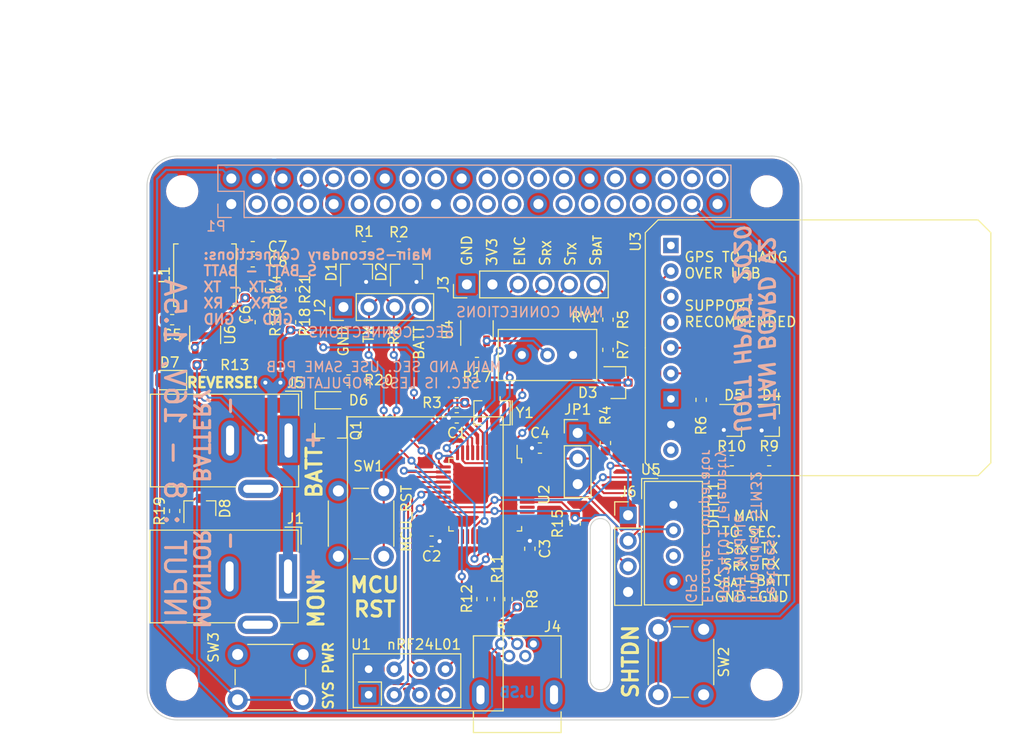
<source format=kicad_pcb>
(kicad_pcb (version 20211014) (generator pcbnew)
  (title_block (title "TITAN Board") (date "2020-09-26") (rev "2.1") (company "UofT HPVDT") (comment 1 "For both main and secondary displays, albeit differently configured") (comment 2 "Aimed to not significantly exceed the footprint of a standard RPi 3B") (comment 4 "Board for data collection and communication in TITAN, as Pi HAT"))
  (layers (0 "F.Cu" signal) (31 "B.Cu" signal) (34 "B.Paste" user) (35 "F.Paste" user) (36 "B.SilkS" user "B.Silkscreen") (37 "F.SilkS" user "F.Silkscreen") (38 "B.Mask" user) (39 "F.Mask" user) (44 "Edge.Cuts" user))
  (net 0 "")
  (net 1 "+3V3")
  (net 2 "+5V")
  (net 3 "GND")
  (net 4 "/GPIO26")
  (net 5 "/GPIO14(TXD0)")
  (net 6 "/GPIO15(RXD0)")
  (net 7 "+BATT")
  (net 8 "Net-(D7-Pad2)")
  (net 9 "Net-(D8-Pad3)")
  (net 10 "/SEC_{LVL}")
  (net 11 "/GPS_{rx}")
  (net 12 "/GPS_{tx}")
  (net 13 "/d-")
  (net 14 "/d+")
  (net 15 "/D+")
  (net 16 "/RP_{G}")
  (net 17 "/BATT_{IN+}")
  (net 18 "/D-")
  (net 19 "/RPI_{RX}")
  (net 20 "/ENCODER")
  (net 21 "/RPI_{TX}")
  (net 22 "/SEC_{BATT}")
  (net 23 "/MISO")
  (net 24 "/MOSI")
  (net 25 "/SCK")
  (net 26 "/SEC_{TX}")
  (net 27 "/SEC_{RX}")
  (net 28 "Net-(U2-Pad6)")
  (net 29 "Net-(U2-Pad5)")
  (net 30 "/BST")
  (net 31 "/SW")
  (net 32 "/FEEDBACK")
  (net 33 "/ENCODER_{IN}")
  (net 34 "/BOOT0")
  (net 35 "/RST")
  (net 36 "/ENABLE")
  (net 45 "/SCL")
  (net 46 "/SDA")
  (net 65 "/GPS_{EN}")
  (net 66 "/GPS_{RX}")
  (net 67 "/GPS_{TX}")
  (net 68 "/DHT_{DATA}")
  (net 69 "/BATT_{LVL}")
  (net 70 "/RF_{INT}")
  (net 71 "/RF_{SEL}")
  (net 72 "/RF_{EN}")
  (net 93 "/REF_{ENC}")
  (footprint "MountingHole:MountingHole_2.7mm_M2.5" (layer "F.Cu") (at 103.25 98 180)
    (fp_text reference "MK1" hide)
    (fp_text value "M2.5")
  )
  (footprint "MountingHole:MountingHole_2.7mm_M2.5" (layer "F.Cu") (at 161.25 98 180)
    (fp_text reference "MK2" hide)
    (fp_text value "M2.5")
  )
  (footprint "MountingHole:MountingHole_2.7mm_M2.5" (layer "F.Cu") (at 103.25 147)
    (fp_text reference "MK3" hide)
    (fp_text value "M2.5")
  )
  (footprint "MountingHole:MountingHole_2.7mm_M2.5" (layer "F.Cu") (at 161.25 147)
    (fp_text reference "MK4" hide)
    (fp_text value "M2.5")
  )
  (footprint "Capacitor_SMD:C_0603_1608Metric" (layer "F.Cu") (at 130.5 120.5 180)
    (fp_text reference "C1")
    (fp_text value "100n")
  )
  (footprint "Capacitor_SMD:C_0603_1608Metric" (layer "F.Cu") (at 128 132.75)
    (fp_text reference "C2")
    (fp_text value "100n")
  )
  (footprint "Capacitor_SMD:C_0603_1608Metric" (layer "F.Cu") (at 137.75 133.5 90)
    (fp_text reference "C3")
    (fp_text value "100n")
  )
  (footprint "Capacitor_SMD:C_0603_1608Metric" (layer "F.Cu") (at 138.75 123.5 180)
    (fp_text reference "C4")
    (fp_text value "100n")
  )
  (footprint "Capacitor_SMD:C_0603_1608Metric" (layer "F.Cu") (at 102.25 110.75)
    (fp_text reference "C5")
    (fp_text value "100n")
  )
  (footprint "Capacitor_SMD:C_0603_1608Metric" (layer "F.Cu") (at 109.5 107.7875 90)
    (fp_text reference "C6")
    (fp_text value "47p")
  )
  (footprint "Capacitor_SMD:C_0603_1608Metric" (layer "F.Cu") (at 110.25 103.5)
    (fp_text reference "C7")
    (fp_text value "22u")
  )
  (footprint "Capacitor_SMD:C_0603_1608Metric" (layer "F.Cu") (at 110.25 105)
    (fp_text reference "C8")
    (fp_text value "22u")
  )
  (footprint "Package_TO_SOT_SMD:SOT-23" (layer "F.Cu") (at 120.55 106 90)
    (fp_text reference "D1")
    (fp_text value "TBAT54S")
  )
  (footprint "Package_TO_SOT_SMD:SOT-23" (layer "F.Cu") (at 125.5 106 90)
    (fp_text reference "D2")
    (fp_text value "TBAT54S")
  )
  (footprint "Package_TO_SOT_SMD:SOT-23" (layer "F.Cu") (at 146.5 117)
    (fp_text reference "D3")
    (fp_text value "TBAT54S")
  )
  (footprint "Package_TO_SOT_SMD:SOT-23" (layer "F.Cu") (at 161.75 120.75)
    (fp_text reference "D4")
    (fp_text value "TBAT54S")
  )
  (footprint "Package_TO_SOT_SMD:SOT-23" (layer "F.Cu") (at 158 120.75)
    (fp_text reference "D5")
    (fp_text value "TBAT54S")
  )
  (footprint "Diode_SMD:D_SOD-323" (layer "F.Cu") (at 117.95 118.75)
    (fp_text reference "D6")
    (fp_text value "5V6")
  )
  (footprint "Diode_SMD:D_0805_2012Metric" (layer "F.Cu") (at 102 116.75 180)
    (fp_text reference "D7")
    (fp_text value "RP")
  )
  (footprint "Package_TO_SOT_SMD:SOT-23" (layer "F.Cu") (at 105 129.5 90)
    (fp_text reference "D8")
    (fp_text value "TCMBD914")
  )
  (footprint "Connector_BarrelJack:BarrelJack_Wuerth_6941xx301002" (layer "F.Cu") (at 113.75 136.25 -90)
    (fp_text reference "J1")
    (fp_text value "MONITOR" hide)
  )
  (footprint "Connector_PinHeader_2.54mm:PinHeader_1x04_P2.54mm_Vertical" (layer "F.Cu") (at 119.25 109.5 90)
    (fp_text reference "J2")
    (fp_text value "SEC_OUT")
  )
  (footprint "Connector_PinHeader_2.54mm:PinHeader_1x06_P2.54mm_Vertical" (layer "F.Cu") (at 131.5 107.25 90)
    (fp_text reference "J3")
    (fp_text value "MAIN_IN")
  )
  (footprint "2172034-1:TE_2172034-1" (layer "F.Cu") (at 136.5 148 -90)
    (fp_text reference "J4")
    (fp_text value "PROG")
  )
  (footprint "Connector_BarrelJack:BarrelJack_Wuerth_6941xx301002" (layer "F.Cu") (at 113.8 122.75 -90)
    (fp_text reference "J5")
    (fp_text value "BATT" hide)
  )
  (footprint "Connector_PinHeader_2.54mm:PinHeader_1x03_P2.54mm_Vertical" (layer "F.Cu") (at 142.5 122)
    (fp_text reference "JP1")
    (fp_text value "BOOT0")
  )
  (footprint "Inductor_SMD:L_Bourns_SRN6045TA" (layer "F.Cu") (at 105.5 106.325 90)
    (fp_text reference "L1")
    (fp_text value "6u8")
  )
  (footprint "Package_TO_SOT_SMD:SOT-23" (layer "F.Cu") (at 118 121.75 -90)
    (fp_text reference "Q1")
    (fp_text value "DMG2301L")
  )
  (footprint "Resistor_SMD:R_0603_1608Metric" (layer "F.Cu") (at 121.2875 103.5 180)
    (fp_text reference "R1")
    (fp_text value "2k")
  )
  (footprint "Resistor_SMD:R_0603_1608Metric" (layer "F.Cu") (at 124.75 103.5)
    (fp_text reference "R2")
    (fp_text value "2k")
  )
  (footprint "Resistor_SMD:R_0603_1608Metric" (layer "F.Cu") (at 130.5 119 180)
    (fp_text reference "R3")
    (fp_text value "10K")
  )
  (footprint "Resistor_SMD:R_0603_1608Metric" (layer "F.Cu") (at 145.25 123 -90)
    (fp_text reference "R4")
    (fp_text value "10K")
  )
  (footprint "Resistor_SMD:R_0603_1608Metric" (layer "F.Cu") (at 154.75 118.7125 -90)
    (fp_text reference "R6")
    (fp_text value "10K")
  )
  (footprint "Resistor_SMD:R_0603_1608Metric" (layer "F.Cu") (at 145.5 113.75 90)
    (fp_text reference "R7")
    (fp_text value "10K")
  )
  (footprint "Resistor_SMD:R_0603_1608Metric" (layer "F.Cu") (at 136.5 138.5 -90)
    (fp_text reference "R8")
    (fp_text value "10K")
  )
  (footprint "Resistor_SMD:R_0603_1608Metric" (layer "F.Cu") (at 161.5 124.75)
    (fp_text reference "R9")
    (fp_text value "2k")
  )
  (footprint "Resistor_SMD:R_0603_1608Metric" (layer "F.Cu") (at 157.7875 124.75)
    (fp_text reference "R10")
    (fp_text value "2k")
  )
  (footprint "Resistor_SMD:R_0603_1608Metric" (layer "F.Cu") (at 134.75 138.5 -90)
    (fp_text reference "R11")
    (fp_text value "22")
  )
  (footprint "Resistor_SMD:R_0603_1608Metric" (layer "F.Cu") (at 133 138.5 -90)
    (fp_text reference "R12")
    (fp_text value "22")
  )
  (footprint "Resistor_SMD:R_0603_1608Metric" (layer "F.Cu") (at 105.5 115.25 180)
    (fp_text reference "R13")
    (fp_text value "10K")
  )
  (footprint "Resistor_SMD:R_0603_1608Metric" (layer "F.Cu") (at 111 107.7875 -90)
    (fp_text reference "R14")
    (fp_text value "158k")
  )
  (footprint "Resistor_SMD:R_0603_1608Metric" (layer "F.Cu") (at 142.25 131 -90)
    (fp_text reference "R15")
    (fp_text value "10K")
  )
  (footprint "Resistor_SMD:R_0603_1608Metric" (layer "F.Cu") (at 111 111 -90)
    (fp_text reference "R16")
    (fp_text value "30k1")
  )
  (footprint "Resistor_SMD:R_0603_1608Metric" (layer "F.Cu") (at 132.5 115 180)
    (fp_text reference "R17")
    (fp_text value "50k")
  )
  (footprint "Resistor_SMD:R_0603_1608Metric" (layer "F.Cu") (at 114 111 -90)
    (fp_text reference "R18")
    (fp_text value "50k")
  )
  (footprint "Resistor_SMD:R_0603_1608Metric" (layer "F.Cu") (at 102.5 129.75 90)
    (fp_text reference "R19")
    (fp_text value "2k")
  )
  (footprint "Resistor_SMD:R_0603_1608Metric" (layer "F.Cu") (at 119.75 116.75 180)
    (fp_text reference "R20")
    (fp_text value "10K")
  )
  (footprint "Resistor_SMD:R_0603_1608Metric" (layer "F.Cu") (at 114 107.75 -90)
    (fp_text reference "R21")
    (fp_text value "10K")
  )
  (footprint "Potentiometer_THT:Potentiometer_Bourns_3296W_Vertical" (layer "F.Cu") (at 142.04 114.25)
    (fp_text reference "RV1")
    (fp_text value "10k")
  )
  (footprint "Button_Switch_THT:SW_PUSH_6mm_H4.3mm" (layer "F.Cu") (at 118.75 134.25 90)
    (fp_text reference "SW1")
    (fp_text value "MCU_RST")
  )
  (footprint "Button_Switch_THT:SW_PUSH_6mm_H4.3mm" (layer "F.Cu") (at 155 141.5 -90)
    (fp_text reference "SW2")
    (fp_text value "SHTDN" hide)
  )
  (footprint "Button_Switch_THT:SW_PUSH_6mm_H4.3mm" (layer "F.Cu") (at 108.75 144)
    (fp_text reference "SW3")
    (fp_text value "POWER" hide)
  )
  (footprint "RF_Module:nRF24L01_Breakout" (layer "F.Cu") (at 121.75 148 90)
    (fp_text reference "U1")
    (fp_text value "nRF24L01")
  )
  (footprint "ultimate_gps:ULT-GPS" (layer "F.Cu") (at 151.75 103.38)
    (fp_text reference "U3")
    (fp_text value "ULT-GPS")
  )
  (footprint "Package_TO_SOT_SMD:SOT-23-5" (layer "F.Cu") (at 132.5 111.75 90)
    (fp_text reference "U4")
    (fp_text value "MCP6001-OT")
  )
  (footprint "Sensor:Aosong_DHT11_5.5x12.0_P2.54mm" (layer "F.Cu") (at 152 129.13)
    (fp_text reference "U5")
    (fp_text value "DHT11")
  )
  (footprint "Package_TO_SOT_SMD:TSOT-23-6" (layer "F.Cu") (at 105.5 112.25 90)
    (fp_text reference "U6")
    (fp_text value "AP63300")
  )
  (footprint "Crystal:Resonator_SMD_muRata_CSTxExxV-3Pin_3.0x1.1mm" (layer "F.Cu") (at 134 120 180)
    (fp_text reference "Y1")
    (fp_text value "8MHz")
  )
  (footprint "Package_QFP:LQFP-48_7x7mm_P0.5mm" (layer "F.Cu") (at 133.324999 128.125001 -90)
    (fp_text reference "U2")
    (fp_text value "STM32F103C8Tx")
  )
  (footprint "Resistor_SMD:R_0603_1608Metric" (layer "F.Cu") (at 145.5 110.75 90)
    (fp_text reference "R5")
    (fp_text value "50k")
  )
  (footprint "Connector_PinHeader_2.54mm:PinHeader_1x04_P2.54mm_Vertical" (layer "F.Cu") (at 147.5 130.17)
    (fp_text reference "J6")
    (fp_text value "I2C")
  )
  (footprint "Connector_PinSocket_2.54mm:PinSocket_2x20_P2.54mm_Vertical" (layer "B.Cu") (at 108.12 99.27 -90)
    (fp_text reference "P1")
    (fp_text value "RPi_Header")
  )
  (gr_arc (start 145.75 146.5) (mid 144.75 147.5) (end 143.75 146.5) (layer "Edge.Cuts") (width 0.1))
  (gr_line (start 161.75 94.5) (end 102.75 94.5) (layer "Edge.Cuts") (width 0.1))
  (gr_arc (start 102.75 150.5) (mid 100.62868 149.62132) (end 99.75 147.5) (layer "Edge.Cuts") (width 0.1))
  (gr_arc (start 143.75 131.5) (mid 144.75 130.5) (end 145.75 131.5) (layer "Edge.Cuts") (width 0.1))
  (gr_line (start 99.75 113.5) (end 99.75 131.5) (layer "Edge.Cuts") (width 0.1))
  (gr_line (start 145.75 131.5) (end 145.75 146.5) (layer "Edge.Cuts") (width 0.1))
  (gr_line (start 164.75 147.5) (end 164.75 97.5) (layer "Edge.Cuts") (width 0.1))
  (gr_line (start 99.75 97.5) (end 99.75 113.5) (layer "Edge.Cuts") (width 0.1))
  (gr_arc (start 99.75 97.5) (mid 100.62868 95.37868) (end 102.75 94.5) (layer "Edge.Cuts") (width 0.1))
  (gr_line (start 99.75 131.5) (end 99.75 147.5) (layer "Edge.Cuts") (width 0.1))
  (gr_line (start 102.75 150.5) (end 161.75 150.5) (layer "Edge.Cuts") (width 0.1))
  (gr_line (start 143.75 146.5) (end 143.75 131.5) (layer "Edge.Cuts") (width 0.1))
  (gr_arc (start 164.75 147.5) (mid 163.87132 149.62132) (end 161.75 150.5) (layer "Edge.Cuts") (width 0.1))
  (gr_arc (start 161.75 94.5) (mid 163.87132 95.37868) (end 164.75 97.5) (layer "Edge.Cuts") (width 0.1))
  (gr_text "U.SB" (at 136.5 147.75) (layer "B.Cu") (effects (font (size 1 1) (thickness 0.25)) (justify mirror)))
  (gr_text "BATTERY" (at 105.15 122.3 270) (layer "B.SilkS") (effects (font (size 1.5 1.5) (thickness 0.3)) (justify mirror)))
  (gr_text "+" (at 116.35 136.3 270) (layer "B.SilkS") (effects (font (size 1.5 1.5) (thickness 0.3)) (justify mirror)))
  (gr_text "-" (at 108.15 132.7 270) (layer "B.SilkS") (effects (font (size 1.5 1.5) (thickness 0.3)) (justify mirror)))
  (gr_text "MONITOR" (at 105.15 136.5 270) (layer "B.SilkS") (effects (font (size 1.5 1.5) (thickness 0.3)) (justify mirror)))
  (gr_text "MAIN CONNECTIONS" (at 137.75 110) (layer "B.SilkS") (effects (font (size 1 1)) (justify mirror)))
  (gr_text "INPUT : 8 - 16V, 1.5A" (at 102.5 124 270) (layer "B.SilkS") (effects (font (size 2 2) (thickness 0.3)) (justify mirror)))
  (gr_text "Features:\nEmbedded STM32\nDHT Module\nnRF24L01 Telemetry\nEncoder comparator\nGPS" (at 157.75 139 270) (layer "B.SilkS") (effects (font (size 1 1)) (justify left mirror)))
  (gr_text "MAIN AND SEC. USE SAME PCB\nSEC. IS LESS POPULATED" (at 123.25 116.25) (layer "B.SilkS") (effects (font (size 1 1)) (justify mirror)))
  (gr_text "Main-Secondary Connections:\nS_BATT - BATT\nS_TX - TX\nS_RX - RX\nGND - GND" (at 105.25 107.5) (layer "B.SilkS") (effects (font (size 1 1) (thickness 0.2)) (justify right mirror)))
  (gr_text "SEC. CONNECTIONS" (at 123 112) (layer "B.SilkS") (effects (font (size 1 1)) (justify mirror)))
  (gr_text "+" (at 116.35 122.7 270) (layer "B.SilkS") (effects (font (size 1.5 1.5) (thickness 0.3)) (justify mirror)))
  (gr_text "-" (at 108.15 119.3 270) (layer "B.SilkS") (effects (font (size 1.5 1.5) (thickness 0.3)) (justify mirror)))
  (gr_text "TITAN BOARD V2\nUOFT HPVDT 2020" (at 160 111.75 270) (layer "B.SilkS") (effects (font (size 1.5 1.5) (thickness 0.3) italic) (justify mirror)))
  (gr_text "SYS PWR" (at 117.75 146.1 90) (layer "F.SilkS") (effects (font (size 1 1) (thickness 0.2))))
  (gr_text "GPS TO HANG\nOVER USB\n\nSUPPORT\nRECOMMENDED" (at 153 107.75) (layer "F.SilkS") (effects (font (size 1 1)) (justify left)))
  (gr_text "S_{BAT}" (at 144.25 105.5 90) (layer "F.SilkS") (effects (font (size 1 1)) (justify left)))
  (gr_text "MAIN\nTO SEC.\nS_{TX}-TX\nS_{RX}-RX\nS_{BAT}-BATT\nGND-GND" (at 159.75 134.25) (layer "F.SilkS") (effects (font (size 1 1))))
  (gr_text "TX" (at 121.75 111.25 90) (layer "F.SilkS") (effects (font (size 1 1)) (justify right)))
  (gr_text "BATT" (at 116.35 125.9 90) (layer "F.SilkS") (effects (font (size 1.5 1.5) (thickness 0.3))))
  (gr_text "GND" (at 131.5 105.5 90) (layer "F.SilkS") (effects (font (size 1 1)) (justify left)))
  (gr_text "BATT" (at 126.75 111.25 90) (layer "F.SilkS") (effects (font (size 1 1)) (justify right)))
  (gr_text "REVERSE!" (at 107.25 117) (layer "F.SilkS") (effects (font (size 1 1) (thickness 0.25))))
  (gr_text "nRF24L01" (at 127.25 143) (layer "F.SilkS") (effects (font (size 1 1))))
  (gr_text "MON" (at 116.55 138.9 90) (layer "F.SilkS") (effects (font (size 1.5 1.5) (thickness 0.3))))
  (gr_text "SHTDN" (at 147.75 144.7 90) (layer "F.SilkS") (effects (font (size 1.5 1.5) (thickness 0.3))))
  (gr_text "MCU\nRST" (at 122.35 138.3) (layer "F.SilkS") (effects (font (size 1.5 1.5) (thickness 0.3))))
  (gr_text "S_{TX}" (at 141.75 105.5 90) (layer "F.SilkS") (effects (font (size 1 1)) (justify left)))
  (gr_text "3V3" (at 134 105.5 90) (layer "F.SilkS") (effects (font (size 1 1)) (justify left)))
  (gr_text "RX" (at 124.25 111.25 90) (layer "F.SilkS") (effects (font (size 1 1)) (justify right)))
  (gr_text "ENC" (at 136.75 105.5 90) (layer "F.SilkS") (effects (font (size 1 1)) (justify left)))
  (gr_text "S_{RX}" (at 139.25 105.5 90) (layer "F.SilkS") (effects (font (size 1 1)) (justify left)))
  (gr_text "GND" (at 119.25 111.25 90) (layer "F.SilkS") (effects (font (size 1 1)) (justify right)))
  (segment (start 128.7875 132.75) (end 128.7875 131.25) (width 0.2) (layer "F.Cu") (net 1))
  (segment (start 131.55 109.74) (end 134.04 107.25) (width 0.2) (layer "F.Cu") (net 1))
  (segment (start 132.074999 123.324999) (end 132.025009 123.275009) (width 0.2) (layer "F.Cu") (net 1))
  (segment (start 145.5 117.95) (end 145.5 117.71) (width 0.2) (layer "F.Cu") (net 1))
  (segment (start 151.75 121.16) (end 153.09 121.16) (width 0.2) (layer "F.Cu") (net 1))
  (segment (start 138.675 131.7875) (end 137.75 132.7125) (width 0.2) (layer "F.Cu") (net 1))
  (segment (start 142.25 131.7875) (end 138.675 131.7875) (width 0.2) (layer "F.Cu") (net 1))
  (segment (start 137.325001 132.287501) (end 137.75 132.7125) (width 0.2) (layer "F.Cu") (net 1))
  (segment (start 132.074999 123.962501) (end 132.074999 123.324999) (width 0.2) (layer "F.Cu") (net 1))
  (segment (start 128.7875 131.25) (end 129.162499 130.875001) (width 0.2) (layer "F.Cu") (net 1))
  (segment (start 160.75 121.7) (end 160.75 121.75) (width 0.2) (layer "F.Cu") (net 1))
  (segment (start 132.025009 122.525009) (end 130 120.5) (width 0.2) (layer "F.Cu") (net 1))
  (segment (start 145.5 117.71) (end 142.04 114.25) (width 0.2) (layer "F.Cu") (net 1))
  (segment (start 131.55 110.65) (end 131.55 109.74) (width 0.2) (layer "F.Cu") (net 1))
  (segment (start 137.9625 124.9) (end 137.487499 125.375001) (width 0.2) (layer "F.Cu") (net 1))
  (segment (start 130 120.5) (end 129.7125 120.5) (width 0.2) (layer "F.Cu") (net 1))
  (segment (start 129.7125 120.5) (end 129.7125 119) (width 0.2) (layer "F.Cu") (net 1))
  (segment (start 137.9625 123.5) (end 137.9625 124.9) (width 0.2) (layer "F.Cu") (net 1))
  (segment (start 136.074999 132.287501) (end 137.325001 132.287501) (width 0.2) (layer "F.Cu") (net 1))
  (segment (start 153.09 121.16) (end 154.75 119.5) (width 0.2) (layer "F.Cu") (net 1))
  (segment (start 132.025009 123.275009) (end 132.025009 122.525009) (width 0.2) (layer "F.Cu") (net 1))
  (segment (start 126.45 107) (end 126.5 107) (width 0.2) (layer "F.Cu") (net 1))
  (via (at 157 121.7) (size 0.8) (drill 0.4) (layers "F.Cu" "B.Cu") (net 1))
  (via (at 129.7125 120.5) (size 0.8) (drill 0.4) (layers "F.Cu" "B.Cu") (net 1))
  (via (at 128.7875 132.75) (size 0.8) (drill 0.4) (layers "F.Cu" "B.Cu") (net 1))
  (via (at 121.5 107) (size 0.8) (drill 0.4) (layers "F.Cu" "B.Cu") (net 1))
  (via (at 137.75 132.7125) (size 0.8) (drill 0.4) (layers "F.Cu" "B.Cu") (net 1))
  (via (at 137.9625 123.5) (size 0.8) (drill 0.4) (layers "F.Cu" "B.Cu") (net 1))
  (via (at 160.75 121.75) (size 0.8) (drill 0.4) (layers "F.Cu" "B.Cu") (net 1))
  (via (at 126.5 107) (size 0.8) (drill 0.4) (layers "F.Cu" "B.Cu") (net 1))
  (segment (start 160.75 121.75) (end 157.05 121.75) (width 0.2) (layer "B.Cu") (net 1))
  (segment (start 157.05 121.75) (end 157 121.7) (width 0.2) (layer "B.Cu") (net 1))
  (segment (start 109.5 107) (end 111 107) (width 0.2) (layer "F.Cu") (net 2))
  (segment (start 109.5 105.0375) (end 109.4625 105) (width 0.2) (layer "F.Cu") (net 2))
  (segment (start 109.5 107) (end 109.5 105.0375) (width 0.2) (layer "F.Cu") (net 2))
  (via (at 136.5 139.2875) (size 0.8) (drill 0.4) (layers "F.Cu" "B.Cu") (net 2))
  (segment (start 134.00001 149.116349) (end 133.316358 149.800001) (width 0.2) (layer "B.Cu") (net 2))
  (segment (start 107.270001 95.880001) (end 108.12 96.73) (width 0.2) (layer "B.Cu") (net 2))
  (segment (start 104.900001 146.650001) (end 104.900001 145.215699) (width 0.2) (layer "B.Cu") (net 2))
  (segment (start 100.75 96.77459) (end 101.644589 95.880001) (width 0.2) (layer "B.Cu") (net 2))
  (segment (start 133.316358 149.800001) (end 108.050001 149.800001) (width 0.2) (layer "B.Cu") (net 2))
  (segment (start 134.9 142.95) (end 134.00001 143.84999) (width 0.2) (layer "B.Cu") (net 2))
  (segment (start 104.900001 145.215699) (end 100.75 141.065698) (width 0.2) (layer "B.Cu") (net 2))
  (segment (start 134.9 142.95) (end 134.9 140.8875) (width 0.2) (layer "B.Cu") (net 2))
  (segment (start 108.050001 149.800001) (end 104.900001 146.650001) (width 0.2) (layer "B.Cu") (net 2))
  (segment (start 100.75 141.065698) (end 100.75 96.77459) (width 0.2) (layer "B.Cu") (net 2))
  (segment (start 134.9 140.8875) (end 136.5 139.2875) (width 0.2) (layer "B.Cu") (net 2))
  (segment (start 101.644589 95.880001) (end 107.270001 95.880001) (width 0.2) (layer "B.Cu") (net 2))
  (segment (start 134.00001 143.84999) (end 134.00001 149.116349) (width 0.2) (layer "B.Cu") (net 2))
  (segment (start 131.2875 120.5) (end 131.2875 121.0375) (width 0.2) (layer "F.Cu") (net 3))
  (segment (start 132.714992 118.22499) (end 134 119.509998) (width 0.2) (layer "F.Cu") (net 3))
  (segment (start 127.568002 132.394498) (end 127.4625 132.5) (width 0.2) (layer "F.Cu") (net 3))
  (segment (start 131.2875 121.0375) (end 132.574999 122.324999) (width 0.2) (layer "F.Cu") (net 3))
  (segment (start 136.557152 134.0375) (end 137.5 134.0375) (width 0.2) (layer "F.Cu") (net 3))
  (segment (start 127.568002 129.701652) (end 127.568002 132.394498) (width 0.2) (layer "F.Cu") (net 3))
  (segment (start 157.83749 125.22113) (end 158.36636 125.75) (width 0.2) (layer "F.Cu") (net 3))
  (segment (start 135.574999 132.287501) (end 135.574999 133.055347) (width 0.2) (layer "F.Cu") (net 3))
  (segment (start 130.54999 119.76249) (end 130.54999 118.52887) (width 0.2) (layer "F.Cu") (net 3))
  (segment (start 139.2875 124.842846) (end 139.2875 123.75) (width 0.2) (layer "F.Cu") (net 3))
  (segment (start 157.83749 121.23749) (end 157.83749 125.22113) (width 0.2) (layer "F.Cu") (net 3))
  (segment (start 157 120.4) (end 157.83749 121.23749) (width 0.2) (layer "F.Cu") (net 3))
  (segment (start 159.97499 124.921812) (end 159.97499 120.57501) (width 0.2) (layer "F.Cu") (net 3))
  (segment (start 132.574999 122.324999) (end 132.574999 123.962501) (width 0.2) (layer "F.Cu") (net 3))
  (segment (start 159.146802 125.75) (end 159.97499 124.921812) (width 0.2) (layer "F.Cu") (net 3))
  (segment (start 138.255345 125.875001) (end 139.2875 124.842846) (width 0.2) (layer "F.Cu") (net 3))
  (segment (start 130.85387 118.22499) (end 132.714992 118.22499) (width 0.2) (layer "F.Cu") (net 3))
  (segment (start 129.162499 128.875001) (end 128.394653 128.875001) (width 0.2) (layer "F.Cu") (net 3))
  (segment (start 137.487499 125.875001) (end 138.255345 125.875001) (width 0.2) (layer "F.Cu") (net 3))
  (segment (start 159.97499 120.57501) (end 160.75 119.8) (width 0.2) (layer "F.Cu") (net 3))
  (segment (start 128.394653 130.375001) (end 129.162499 130.375001) (width 0.2) (layer "F.Cu") (net 3))
  (segment (start 134 119.509998) (end 134 120) (width 0.2) (layer "F.Cu") (net 3))
  (segment (start 135.574999 133.055347) (end 136.557152 134.0375) (width 0.2) (layer "F.Cu") (net 3))
  (segment (start 130.54999 118.52887) (end 130.85387 118.22499) (width 0.2) (layer "F.Cu") (net 3))
  (segment (start 157 119.8) (end 157 120.4) (width 0.2) (layer "F.Cu") (net 3))
  (segment (start 127.4625 132.5) (end 127.4625 131.307154) (width 0.2) (layer "F.Cu") (net 3))
  (segment (start 128.394653 128.875001) (end 127.568002 129.701652) (width 0.2) (layer "F.Cu") (net 3))
  (segment (start 127.4625 131.307154) (end 128.394653 130.375001) (width 0.2) (layer "F.Cu") (net 3))
  (segment (start 131.2875 120.5) (end 130.54999 119.76249) (width 0.2) (layer "F.Cu") (net 3))
  (segment (start 158.36636 125.75) (end 159.146802 125.75) (width 0.2) (layer "F.Cu") (net 3))
  (segment (start 147.5 125.963998) (end 143.536002 122) (width 0.2) (layer "B.Cu") (net 3))
  (segment (start 143.536002 122) (end 142.5 122) (width 0.2) (layer "B.Cu") (net 3))
  (segment (start 147.5 130.17) (end 147.5 125.963998) (width 0.2) (layer "B.Cu") (net 3))
  (segment (start 164 138.75) (end 164 106.5) (width 0.2) (layer "B.Cu") (net 4))
  (segment (start 162.550001 140.199999) (end 164 138.75) (width 0.2) (layer "B.Cu") (net 4))
  (segment (start 159 101.5) (end 156.07 101.5) (width 0.2) (layer "B.Cu") (net 4))
  (segment (start 150.5 141.5) (end 151.800001 140.199999) (width 0.2) (layer "B.Cu") (net 4))
  (segment (start 164 106.5) (end 159 101.5) (width 0.2) (layer "B.Cu") (net 4))
  (segment (start 150.5 148) (end 150.5 141.5) (width 0.2) (layer "B.Cu") (net 4))
  (segment (start 151.800001 140.199999) (end 162.550001 140.199999) (width 0.2) (layer "B.Cu") (net 4))
  (segment (start 156.07 101.5) (end 153.84 99.27) (width 0.2) (layer "B.Cu") (net 4))
  (segment (start 120.55 103.55) (end 120.5 103.5) (width 0.2) (layer "F.Cu") (net 5))
  (segment (start 120.55 105.25) (end 120.55 103.55) (width 0.2) (layer "F.Cu") (net 5))
  (segment (start 114.589999 102.339999) (end 114.589999 97.880001) (width 0.2) (layer "F.Cu") (net 5))
  (segment (start 114.589999 97.880001) (end 115.74 96.73) (width 0.2) (layer "F.Cu") (net 5))
  (segment (start 120.5 103.5) (end 115.75 103.5) (width 0.2) (layer "F.Cu") (net 5))
  (segment (start 115.75 103.5) (end 114.589999 102.339999) (width 0.2) (layer "F.Cu") (net 5))
  (segment (start 117.129999 97.880001) (end 117.129999 99.822001) (width 0.2) (layer "F.Cu") (net 6))
  (segment (start 125.5 105) (end 125.5 103.5375) (width 0.2) (layer "F.Cu") (net 6))
  (segment (start 118.28 96.73) (end 117.129999 97.880001) (width 0.2) (layer "F.Cu") (net 6))
  (segment (start 124.0375 102) (end 125.5375 103.5) (width 0.2) (layer "F.Cu") (net 6))
  (segment (start 119.307998 102) (end 124.0375 102) (width 0.2) (layer "F.Cu") (net 6))
  (segment (start 125.5 103.5375) (end 125.5375 103.5) (width 0.2) (layer "F.Cu") (net 6))
  (segment (start 117.129999 99.822001) (end 119.307998 102) (width 0.2) (layer "F.Cu") (net 6))
  (segment (start 115.15 117) (end 116.9 118.75) (width 0.2) (layer "F.Cu") (net 7))
  (segment (start 106.2875 113.7225) (end 106.45 113.56) (width 0.2) (layer "F.Cu") (net 7))
  (segment (start 106.2875 115.25) (end 106.2875 113.7225) (width 0.2) (layer "F.Cu") (net 7))
  (segment (start 113 117) (end 111.5 117) (width 0.2) (layer "F.Cu") (net 7))
  (segment (start 113 117) (end 115.15 117) (width 0.2) (layer "F.Cu") (net 7))
  (via (at 111.5 117) (size 0.8) (drill 0.4) (layers "F.Cu" "B.Cu") (net 7))
  (via (at 114 111.7875) (size 0.8) (drill 0.4) (layers "F.Cu" "B.Cu") (net 7))
  (via (at 113 117) (size 0.8) (drill 0.4) (layers "F.Cu" "B.Cu") (net 7))
  (segment (start 124.5825 111.7875) (end 126.87 109.5) (width 0.2) (layer "B.Cu") (net 7))
  (segment (start 111.5 117) (end 112.199999 117.699999) (width 1) (layer "B.Cu") (net 7))
  (segment (start 113 117) (end 113 112.7875) (width 0.2) (layer "B.Cu") (net 7))
  (segment (start 113 112.7875) (end 114 111.7875) (width 0.2) (layer "B.Cu") (net 7))
  (segment (start 112.199999 117.800001) (end 113 117) (width 1) (layer "B.Cu") (net 7))
  (segment (start 113.75 127) (end 112.199999 125.510001) (width 1) (layer "B.Cu") (net 7))
  (segment (start 114 111.7875) (end 124.5825 111.7875) (width 0.2) (layer "B.Cu") (net 7))
  (segment (start 112.199999 125.510001) (end 112.199999 117.800001) (width 1) (layer "B.Cu") (net 7))
  (segment (start 112.199999 117.699999) (end 112.199999 117.800001) (width 0.2) (layer "B.Cu") (net 7))
  (segment (start 113.75 136.5) (end 113.75 127) (width 1) (layer "B.Cu") (net 7))
  (segment (start 101.0625 128.8125) (end 101.0625 116.75) (width 0.2) (layer "F.Cu") (net 8))
  (segment (start 101.2125 128.9625) (end 101.0625 128.8125) (width 0.2) (layer "F.Cu") (net 8))
  (segment (start 102.5 128.9625) (end 101.2125 128.9625) (width 0.2) (layer "F.Cu") (net 8))
  (segment (start 104.5375 128.5) (end 102.5 130.5375) (width 0.2) (layer "F.Cu") (net 9))
  (segment (start 105 128.5) (end 104.5375 128.5) (width 0.2) (layer "F.Cu") (net 9))
  (segment (start 145.5 113) (end 145.5 111.575) (width 0.2) (layer "F.Cu") (net 10))
  (segment (start 131.074999 124.730347) (end 131.344663 125.000011) (width 0.2) (layer "F.Cu") (net 10))
  (segment (start 136.525009 124.780337) (end 136.525009 122.474991) (width 0.2) (layer "F.Cu") (net 10))
  (segment (start 147.5 115) (end 145.5 113) (width 0.2) (layer "F.Cu") (net 10))
  (segment (start 147.5 117) (end 147.5 115) (width 0.2) (layer "F.Cu") (net 10))
  (segment (start 136.525009 122.474991) (end 137 122) (width 0.2) (layer "F.Cu") (net 10))
  (segment (start 131.344663 125.000011) (end 136.305335 125.000011) (width 0.2) (layer "F.Cu") (net 10))
  (segment (start 136.305335 125.000011) (end 136.525009 124.780337) (width 0.2) (layer "F.Cu") (net 10))
  (segment (start 131.074999 123.962501) (end 131.074999 124.730347) (width 0.2) (layer "F.Cu") (net 10))
  (via (at 137 122) (size 0.8) (drill 0.4) (layers "F.Cu" "B.Cu") (net 10))
  (via (at 147.5 117) (size 0.8) (drill 0.4) (layers "F.Cu" "B.Cu") (net 10))
  (segment (start 142 117) (end 147.5 117) (width 0.2) (layer "B.Cu") (net 10))
  (segment (start 137 122) (end 142 117) (width 0.2) (layer "B.Cu") (net 10))
  (segment (start 162.2875 124.75) (end 162.2875 121.2125) (width 0.2) (layer "F.Cu") (net 11))
  (segment (start 155.880002 113.54) (end 162.75 120.409998) (width 0.2) (layer "F.Cu") (net 11))
  (segment (start 162.75 120.409998) (end 162.75 120.75) (width 0.2) (layer "F.Cu") (net 11))
  (segment (start 162.2875 121.2125) (end 162.75 120.75) (width 0.2) (layer "F.Cu") (net 11))
  (segment (start 151.75 113.54) (end 155.880002 113.54) (width 0.2) (layer "F.Cu") (net 11))
  (segment (start 159 120.75) (end 159 120.15) (width 0.2) (layer "F.Cu") (net 12))
  (segment (start 159 120.15) (end 154.93 116.08) (width 0.2) (layer "F.Cu") (net 12))
  (segment (start 154.93 116.08) (end 151.75 116.08) (width 0.2) (layer "F.Cu") (net 12))
  (segment (start 158.575 121.175) (end 159 120.75) (width 0.2) (layer "F.Cu") (net 12))
  (segment (start 158.575 124.75) (end 158.575 121.175) (width 0.2) (layer "F.Cu") (net 12))
  (segment (start 133.3 141.487922) (end 133.233243 141.4804) (width 0.2) (layer "F.Cu") (net 13))
  (segment (start 133.7 141.487922) (end 133.3 141.487922) (width 0.2) (layer "F.Cu") (net 13))
  (segment (start 133.766756 142.0804) (end 133.830165 142.058212) (width 0.2) (layer "F.Cu") (net 13))
  (segment (start 133.3 142.087922) (end 133.7 142.087922) (width 0.2) (layer "F.Cu") (net 13))
  (segment (start 133.007521 141.254678) (end 133 141.187922) (width 0.2) (layer "F.Cu") (net 13))
  (segment (start 133.7 142.087922) (end 133.766756 142.0804) (width 0.2) (layer "F.Cu") (net 13))
  (segment (start 133 141.187922) (end 133 139.698647) (width 0.2) (layer "F.Cu") (net 13))
  (segment (start 133 142.387922) (end 133.007521 142.321165) (width 0.2) (layer "F.Cu") (net 13))
  (segment (start 133.992478 141.854678) (end 134 141.787922) (width 0.2) (layer "F.Cu") (net 13))
  (segment (start 133.766756 141.495443) (end 133.7 141.487922) (width 0.2) (layer "F.Cu") (net 13))
  (segment (start 133.934549 141.600875) (end 133.887046 141.553372) (width 0.2) (layer "F.Cu") (net 13))
  (segment (start 133.830165 142.058212) (end 133.887046 142.022471) (width 0.2) (layer "F.Cu") (net 13))
  (segment (start 133.029709 142.257756) (end 133.06545 142.200875) (width 0.2) (layer "F.Cu") (net 13))
  (segment (start 133.887046 141.553372) (end 133.830165 141.517631) (width 0.2) (layer "F.Cu") (net 13))
  (segment (start 133.887046 142.022471) (end 133.934549 141.974968) (width 0.2) (layer "F.Cu") (net 13))
  (segment (start 133.112953 142.153372) (end 133.169834 142.117631) (width 0.2) (layer "F.Cu") (net 13))
  (segment (start 133.97029 141.657756) (end 133.934549 141.600875) (width 0.2) (layer "F.Cu") (net 13))
  (segment (start 133.06545 141.374968) (end 133.029709 141.318087) (width 0.2) (layer "F.Cu") (net 13))
  (segment (start 133.992478 141.721165) (end 133.97029 141.657756) (width 0.2) (layer "F.Cu") (net 13))
  (segment (start 133.029709 141.318087) (end 133.007521 141.254678) (width 0.2) (layer "F.Cu") (net 13))
  (segment (start 133.934549 141.974968) (end 133.97029 141.918087) (width 0.2) (layer "F.Cu") (net 13))
  (segment (start 133.169834 141.458212) (end 133.112953 141.422471) (width 0.2) (layer "F.Cu") (net 13))
  (segment (start 133.06545 142.200875) (end 133.112953 142.153372) (width 0.2) (layer "F.Cu") (net 13))
  (segment (start 133.169834 142.117631) (end 133.233243 142.095443) (width 0.2) (layer "F.Cu") (net 13))
  (segment (start 133.112953 141.422471) (end 133.06545 141.374968) (width 0.2) (layer "F.Cu") (net 13))
  (segment (start 134 141.787922) (end 133.992478 141.721165) (width 0.2) (layer "F.Cu") (net 13))
  (segment (start 134.762078 144.15) (end 133 142.387922) (width 0.2) (layer "F.Cu") (net 13))
  (segment (start 133 139.698647) (end 133 139.2875) (width 0.2) (layer "F.Cu") (net 13))
  (segment (start 135.7 144.15) (end 134.762078 144.15) (width 0.2) (layer "F.Cu") (net 13))
  (segment (start 133.97029 141.918087) (end 133.992478 141.854678) (width 0.2) (layer "F.Cu") (net 13))
  (segment (start 133.830165 141.517631) (end 133.766756 141.495443) (width 0.2) (layer "F.Cu") (net 13))
  (segment (start 133.233243 141.4804) (end 133.169834 141.458212) (width 0.2) (layer "F.Cu") (net 13))
  (segment (start 133.233243 142.095443) (end 133.3 142.087922) (width 0.2) (layer "F.Cu") (net 13))
  (segment (start 133.007521 142.321165) (end 133.029709 142.257756) (width 0.2) (layer "F.Cu") (net 13))
  (segment (start 135.777897 140.844504) (end 135.782912 140.8) (width 0.2) (layer "F.Cu") (net 14))
  (segment (start 134.95 141) (end 135.582912 141) (width 0.2) (layer "F.Cu") (net 14))
  (segment (start 135.763105 140.886776) (end 135.777897 140.844504) (width 0.2) (layer "F.Cu") (net 14))
  (segment (start 134.706367 140.124697) (end 134.730194 140.086776) (width 0.2) (layer "F.Cu") (net 14))
  (segment (start 133.717088 140.4) (end 133.722103 140.355495) (width 0.2) (layer "F.Cu") (net 14))
  (segment (start 133.760722 140.524697) (end 133.736895 140.486776) (width 0.2) (layer "F.Cu") (net 14))
  (segment (start 133.830312 140.219806) (end 133.872584 140.205014) (width 0.2) (layer "F.Cu") (net 14))
  (segment (start 134.75 140) (end 134.75 139.477772) (width 0.2) (layer "F.Cu") (net 14))
  (segment (start 134.75 139.477772) (end 134.75 139.2875) (width 0.2) (layer "F.Cu") (net 14))
  (segment (start 133.917088 140.2) (end 134.55 140.2) (width 0.2) (layer "F.Cu") (net 14))
  (segment (start 136.5 142.95) (end 134.75 141.2) (width 0.2) (layer "F.Cu") (net 14))
  (segment (start 134.905495 141.005014) (end 134.95 141) (width 0.2) (layer "F.Cu") (net 14))
  (segment (start 135.739278 140.675302) (end 135.707609 140.643633) (width 0.2) (layer "F.Cu") (net 14))
  (segment (start 133.792391 140.556366) (end 133.760722 140.524697) (width 0.2) (layer "F.Cu") (net 14))
  (segment (start 135.707609 140.643633) (end 135.669688 140.619806) (width 0.2) (layer "F.Cu") (net 14))
  (segment (start 135.582912 140.6) (end 133.917088 140.6) (width 0.2) (layer "F.Cu") (net 14))
  (segment (start 133.736895 140.486776) (end 133.722103 140.444504) (width 0.2) (layer "F.Cu") (net 14))
  (segment (start 135.782912 140.8) (end 135.777897 140.755495) (width 0.2) (layer "F.Cu") (net 14))
  (segment (start 134.75 141.2) (end 134.755014 141.155495) (width 0.2) (layer "F.Cu") (net 14))
  (segment (start 135.763105 140.713223) (end 135.739278 140.675302) (width 0.2) (layer "F.Cu") (net 14))
  (segment (start 135.627416 140.605014) (end 135.582912 140.6) (width 0.2) (layer "F.Cu") (net 14))
  (segment (start 134.769806 141.113223) (end 134.793633 141.075302) (width 0.2) (layer "F.Cu") (net 14))
  (segment (start 133.722103 140.444504) (end 133.717088 140.4) (width 0.2) (layer "F.Cu") (net 14))
  (segment (start 134.594505 140.194985) (end 134.636777 140.180193) (width 0.2) (layer "F.Cu") (net 14))
  (segment (start 134.744986 140.044504) (end 134.75 140) (width 0.2) (layer "F.Cu") (net 14))
  (segment (start 135.777897 140.755495) (end 135.763105 140.713223) (width 0.2) (layer "F.Cu") (net 14))
  (segment (start 133.792391 140.243633) (end 133.830312 140.219806) (width 0.2) (layer "F.Cu") (net 14))
  (segment (start 135.669688 140.980193) (end 135.707609 140.956366) (width 0.2) (layer "F.Cu") (net 14))
  (segment (start 133.872584 140.594985) (end 133.830312 140.580193) (width 0.2) (layer "F.Cu") (net 14))
  (segment (start 135.739278 140.924697) (end 135.763105 140.886776) (width 0.2) (layer "F.Cu") (net 14))
  (segment (start 134.863223 141.019806) (end 134.905495 141.005014) (width 0.2) (layer "F.Cu") (net 14))
  (segment (start 135.627416 140.994985) (end 135.669688 140.980193) (width 0.2) (layer "F.Cu") (net 14))
  (segment (start 133.760722 140.275302) (end 133.792391 140.243633) (width 0.2) (layer "F.Cu") (net 14))
  (segment (start 134.730194 140.086776) (end 134.744986 140.044504) (width 0.2) (layer "F.Cu") (net 14))
  (segment (start 134.825302 141.043633) (end 134.863223 141.019806) (width 0.2) (layer "F.Cu") (net 14))
  (segment (start 133.830312 140.580193) (end 133.792391 140.556366) (width 0.2) (layer "F.Cu") (net 14))
  (segment (start 134.55 140.2) (end 134.594505 140.194985) (width 0.2) (layer "F.Cu") (net 14))
  (segment (start 133.917088 140.6) (end 133.872584 140.594985) (width 0.2) (layer "F.Cu") (net 14))
  (segment (start 133.722103 140.355495) (end 133.736895 140.313223) (width 0.2) (layer "F.Cu") (net 14))
  (segment (start 134.674698 140.156366) (end 134.706367 140.124697) (width 0.2) (layer "F.Cu") (net 14))
  (segment (start 133.872584 140.205014) (end 133.917088 140.2) (width 0.2) (layer "F.Cu") (net 14))
  (segment (start 135.669688 140.619806) (end 135.627416 140.605014) (width 0.2) (layer "F.Cu") (net 14))
  (segment (start 134.755014 141.155495) (end 134.769806 141.113223) (width 0.2) (layer "F.Cu") (net 14))
  (segment (start 133.736895 140.313223) (end 133.760722 140.275302) (width 0.2) (layer "F.Cu") (net 14))
  (segment (start 135.582912 141) (end 135.627416 140.994985) (width 0.2) (layer "F.Cu") (net 14))
  (segment (start 134.793633 141.075302) (end 134.825302 141.043633) (width 0.2) (layer "F.Cu") (net 14))
  (segment (start 135.707609 140.956366) (end 135.739278 140.924697) (width 0.2) (layer "F.Cu") (net 14))
  (segment (start 134.636777 140.180193) (end 134.674698 140.156366) (width 0.2) (layer "F.Cu") (net 14))
  (segment (start 134.556267 134.237431) (end 134.55 134.181801) (width 0.2) (layer "F.Cu") (net 15))
  (segment (start 134.644127 134.377258) (end 134.604541 134.337672) (width 0.2) (layer "F.Cu") (net 15))
  (segment (start 134.744368 134.425532) (end 134.691528 134.407042) (width 0.2) (layer "F.Cu") (net 15))
  (segment (start 135.853999 135.583473) (end 135.932576 135.458418) (width 0.2) (layer "F.Cu") (net 15))
  (segment (start 135.932576 135.458418) (end 135.981356 135.319013) (width 0.2) (layer "F.Cu") (net 15))
  (segment (start 134.549999 136.268201) (end 134.55 136.081801) (width 0.2) (layer "F.Cu") (net 15))
  (segment (start 134.55 134.181801) (end 134.549999 132.312501) (width 0.2) (layer "F.Cu") (net 15))
  (segment (start 135.749564 134.575693) (end 135.624509 134.497116) (width 0.2) (layer "F.Cu") (net 15))
  (segment (start 135.981356 134.944588) (end 135.932576 134.805183) (width 0.2) (layer "F.Cu") (net 15))
  (segment (start 134.55 136.081801) (end 134.556267 136.02617) (width 0.2) (layer "F.Cu") (net 15))
  (segment (start 135.485104 134.448336) (end 135.33834 134.4318) (width 0.2) (layer "F.Cu") (net 15))
  (segment (start 134.574757 135.97333) (end 134.604541 135.925929) (width 0.2) (layer "F.Cu") (net 15))
  (segment (start 134.799999 135.831802) (end 135.33834 135.831802) (width 0.2) (layer "F.Cu") (net 15))
  (segment (start 134.799999 134.4318) (end 134.744368 134.425532) (width 0.2) (layer "F.Cu") (net 15))
  (segment (start 134.574757 134.290271) (end 134.556267 134.237431) (width 0.2) (layer "F.Cu") (net 15))
  (segment (start 135.33834 135.831802) (end 135.485104 135.815265) (width 0.2) (layer "F.Cu") (net 15))
  (segment (start 135.997893 135.172249) (end 135.997893 135.091352) (width 0.2) (layer "F.Cu") (net 15))
  (segment (start 135.981356 135.319013) (end 135.997893 135.172249) (width 0.2) (layer "F.Cu") (net 15))
  (segment (start 134.604541 135.925929) (end 134.644127 135.886343) (width 0.2) (layer "F.Cu") (net 15))
  (segment (start 135.932576 134.805183) (end 135.853999 134.680128) (width 0.2) (layer "F.Cu") (net 15))
  (segment (start 135.749564 135.687908) (end 135.853999 135.583473) (width 0.2) (layer "F.Cu") (net 15))
  (segment (start 135.485104 135.815265) (end 135.624509 135.766485) (width 0.2) (layer "F.Cu") (net 15))
  (segment (start 134.691528 135.856559) (end 134.744368 135.838069) (width 0.2) (layer "F.Cu") (net 15))
  (segment (start 134.604541 134.337672) (end 134.574757 134.290271) (width 0.2) (layer "F.Cu") (net 15))
  (segment (start 135.624509 135.766485) (end 135.749564 135.687908) (width 0.2) (layer "F.Cu") (net 15))
  (segment (start 134.1 136.7182) (end 134.549999 136.268201) (width 0.2) (layer "F.Cu") (net 15))
  (segment (start 134.75 137.7125) (end 136.5 137.7125) (width 0.2) (layer "F.Cu") (net 15))
  (segment (start 135.853999 134.680128) (end 135.749564 134.575693) (width 0.2) (layer "F.Cu") (net 15))
  (segment (start 134.75 137.7125) (end 134.1 137.0625) (width 0.2) (layer "F.Cu") (net 15))
  (segment (start 134.1 137.0625) (end 134.1 136.7182) (width 0.2) (layer "F.Cu") (net 15))
  (segment (start 134.691528 134.407042) (end 134.644127 134.377258) (width 0.2) (layer "F.Cu") (net 15))
  (segment (start 135.33834 134.4318) (end 134.799999 134.4318) (width 0.2) (layer "F.Cu") (net 15))
  (segment (start 135.997893 135.091352) (end 135.981356 134.944588) (width 0.2) (layer "F.Cu") (net 15))
  (segment (start 134.549999 132.312501) (end 134.574999 132.287501) (width 0.2) (layer "F.Cu") (net 15))
  (segment (start 135.624509 134.497116) (end 135.485104 134.448336) (width 0.2) (layer "F.Cu") (net 15))
  (segment (start 134.556267 136.02617) (end 134.574757 135.97333) (width 0.2) (layer "F.Cu") (net 15))
  (segment (start 134.744368 135.838069) (end 134.799999 135.831802) (width 0.2) (layer "F.Cu") (net 15))
  (segment (start 134.644127 135.886343) (end 134.691528 135.856559) (width 0.2) (layer "F.Cu") (net 15))
  (segment (start 118.95 120.75) (end 118.95 118.8) (width 0.2) (layer "F.Cu") (net 16))
  (segment (start 119 118.75) (end 119 116.7875) (width 0.2) (layer "F.Cu") (net 16))
  (segment (start 118.95 118.8) (end 119 118.75) (width 0.2) (layer "F.Cu") (net 16))
  (segment (start 105.5 118.5) (end 104.6875 118.5) (width 0.2) (layer "F.Cu") (net 17))
  (segment (start 111.299999 122.75) (end 111.049999 122.5) (width 0.2) (layer "F.Cu") (net 17))
  (segment (start 113.8 122.75) (end 111.299999 122.75) (width 0.2) (layer "F.Cu") (net 17))
  (segment (start 104.6875 118.5) (end 102.9375 116.75) (width 0.2) (layer "F.Cu") (net 17))
  (via (at 111.049999 122.5) (size 0.8) (drill 0.4) (layers "F.Cu" "B.Cu") (net 17))
  (via (at 105.5 118.5) (size 0.8) (drill 0.4) (layers "F.Cu" "B.Cu") (net 17))
  (segment (start 111.049999 122.5) (end 107.049999 118.5) (width 0.2) (layer "B.Cu") (net 17))
  (segment (start 107.049999 118.5) (end 105.5 118.5) (width 0.2) (layer "B.Cu") (net 17))
  (segment (start 135.453763 135.327258) (end 135.493349 135.287672) (width 0.2) (layer "F.Cu") (net 18))
  (segment (start 134.612786 135.398336) (end 134.75955 135.3818) (width 0.2) (layer "F.Cu") (net 18))
  (segment (start 134.612786 134.865265) (end 134.473381 134.816485) (width 0.2) (layer "F.Cu") (net 18))
  (segment (start 134.243891 134.633473) (end 134.165314 134.508418) (width 0.2) (layer "F.Cu") (net 18))
  (segment (start 134.473381 135.447116) (end 134.612786 135.398336) (width 0.2) (layer "F.Cu") (net 18))
  (segment (start 135.541623 135.187431) (end 135.547891 135.131801) (width 0.2) (layer "F.Cu") (net 18))
  (segment (start 134.099999 132.312501) (end 134.074999 132.287501) (width 0.2) (layer "F.Cu") (net 18))
  (segment (start 133 137.7125) (end 133.65 137.0625) (width 0.2) (layer "F.Cu") (net 18))
  (segment (start 134.116534 134.369013) (end 134.099998 134.222249) (width 0.2) (layer "F.Cu") (net 18))
  (segment (start 135.523133 135.240271) (end 135.541623 135.187431) (width 0.2) (layer "F.Cu") (net 18))
  (segment (start 134.348326 134.737908) (end 134.243891 134.633473) (width 0.2) (layer "F.Cu") (net 18))
  (segment (start 135.406362 134.906559) (end 135.353522 134.888069) (width 0.2) (layer "F.Cu") (net 18))
  (segment (start 134.75955 134.881802) (end 134.612786 134.865265) (width 0.2) (layer "F.Cu") (net 18))
  (segment (start 135.493349 134.975929) (end 135.453763 134.936343) (width 0.2) (layer "F.Cu") (net 18))
  (segment (start 135.353522 134.888069) (end 135.297892 134.881802) (width 0.2) (layer "F.Cu") (net 18))
  (segment (start 134.348326 135.525693) (end 134.473381 135.447116) (width 0.2) (layer "F.Cu") (net 18))
  (segment (start 135.541623 135.07617) (end 135.523133 135.02333) (width 0.2) (layer "F.Cu") (net 18))
  (segment (start 133.65 137.0625) (end 133.65 136.5318) (width 0.2) (layer "F.Cu") (net 18))
  (segment (start 134.099998 134.222249) (end 134.099999 132.312501) (width 0.2) (layer "F.Cu") (net 18))
  (segment (start 135.353522 135.375532) (end 135.406362 135.357042) (width 0.2) (layer "F.Cu") (net 18))
  (segment (start 135.406362 135.357042) (end 135.453763 135.327258) (width 0.2) (layer "F.Cu") (net 18))
  (segment (start 134.099998 136.081801) (end 134.099998 136.041352) (width 0.2) (layer "F.Cu") (net 18))
  (segment (start 135.547891 135.131801) (end 135.541623 135.07617) (width 0.2) (layer "F.Cu") (net 18))
  (segment (start 135.453763 134.936343) (end 135.406362 134.906559) (width 0.2) (layer "F.Cu") (net 18))
  (segment (start 134.116534 135.894588) (end 134.165314 135.755183) (width 0.2) (layer "F.Cu") (net 18))
  (segment (start 133.65 136.5318) (end 134.099998 136.081801) (width 0.2) (layer "F.Cu") (net 18))
  (segment (start 135.523133 135.02333) (end 135.493349 134.975929) (width 0.2) (layer "F.Cu") (net 18))
  (segment (start 135.493349 135.287672) (end 135.523133 135.240271) (width 0.2) (layer "F.Cu") (net 18))
  (segment (start 134.75955 135.3818) (end 135.297892 135.3818) (width 0.2) (layer "F.Cu") (net 18))
  (segment (start 135.297892 134.881802) (end 134.75955 134.881802) (width 0.2) (layer "F.Cu") (net 18))
  (segment (start 135.297892 135.3818) (end 135.353522 135.375532) (width 0.2) (layer "F.Cu") (net 18))
  (segment (start 134.165314 135.755183) (end 134.243891 135.630128) (width 0.2) (layer "F.Cu") (net 18))
  (segment (start 134.165314 134.508418) (end 134.116534 134.369013) (width 0.2) (layer "F.Cu") (net 18))
  (segment (start 134.099998 136.041352) (end 134.116534 135.894588) (width 0.2) (layer "F.Cu") (net 18))
  (segment (start 134.473381 134.816485) (end 134.348326 134.737908) (width 0.2) (layer "F.Cu") (net 18))
  (segment (start 134.243891 135.630128) (end 134.348326 135.525693) (width 0.2) (layer "F.Cu") (net 18))
  (segment (start 133.074999 133.675001) (end 132.25 134.5) (width 0.2) (layer "F.Cu") (net 19))
  (segment (start 124.33 119.92) (end 124.5 119.75) (width 0.2) (layer "F.Cu") (net 19))
  (segment (start 124.33 109.5) (end 123.480001 108.650001) (width 0.2) (layer "F.Cu") (net 19))
  (segment (start 123.480001 108.650001) (end 123.480001 103.982499) (width 0.2) (layer "F.Cu") (net 19))
  (segment (start 124.25 109.58) (end 124.33 109.5) (width 0.2) (layer "F.Cu") (net 19))
  (segment (start 124.33 121.08) (end 124.33 119.92) (width 0.2) (layer "F.Cu") (net 19))
  (segment (start 123.480001 103.982499) (end 123.9625 103.5) (width 0.2) (layer "F.Cu") (net 19))
  (segment (start 124.25 114.25) (end 124.25 109.58) (width 0.2) (layer "F.Cu") (net 19))
  (segment (start 133.074999 132.287501) (end 133.074999 133.675001) (width 0.2) (layer "F.Cu") (net 19))
  (segment (start 124.33 121.08) (end 127 123.75) (width 0.2) (layer "F.Cu") (net 19))
  (via (at 132.25 134.5) (size 0.8) (drill 0.4) (layers "F.Cu" "B.Cu") (net 19))
  (via (at 124.5 119.75) (size 0.8) (drill 0.4) (layers "F.Cu" "B.Cu") (net 19))
  (via (at 124.25 114.25) (size 0.8) (drill 0.4) (layers "F.Cu" "B.Cu") (net 19))
  (via (at 127 123.75) (size 0.8) (drill 0.4) (layers "F.Cu" "B.Cu") (net 19))
  (segment (start 124.5 114.5) (end 124.25 114.25) (width 0.2) (layer "B.Cu") (net 19))
  (segment (start 132.25 129) (end 132.25 134.5) (width 0.2) (layer "B.Cu") (net 19))
  (segment (start 124.5 119.75) (end 124.5 114.5) (width 0.2) (layer "B.Cu") (net 19))
  (segment (start 127 123.75) (end 132.25 129) (width 0.2) (layer "B.Cu") (net 19))
  (segment (start 132.074999 131.519655) (end 132.844654 130.75) (width 0.2) (layer "F.Cu") (net 20))
  (segment (start 135.389998 117.25) (end 134.639998 116.5) (width 0.2) (layer "F.Cu") (net 20))
  (segment (start 133.2125 116.5) (end 131.7125 115) (width 0.2) (layer "F.Cu") (net 20))
  (segment (start 137 117.5) (end 136.75 117.25) (width 0.2) (layer "F.Cu") (net 20))
  (segment (start 137 118.25) (end 137 117.5) (width 0.2) (layer "F.Cu") (net 20))
  (segment (start 136.75 117.25) (end 135.389998 117.25) (width 0.2) (layer "F.Cu") (net 20))
  (segment (start 132.074999 132.287501) (end 132.074999 131.519655) (width 0.2) (layer "F.Cu") (net 20))
  (segment (start 131.7125 113.0125) (end 131.55 112.85) (width 0.2) (layer "F.Cu") (net 20))
  (segment (start 131.7125 115) (end 131.7125 113.0125) (width 0.2) (layer "F.Cu") (net 20))
  (segment (start 132.844654 130.75) (end 133.25 130.75) (width 0.2) (layer "F.Cu") (net 20))
  (segment (start 134.639998 116.5) (end 133.2125 116.5) (width 0.2) (layer "F.Cu") (net 20))
  (via (at 137 118.25) (size 0.8) (drill 0.4) (layers "F.Cu" "B.Cu") (net 20))
  (via (at 133.25 130.75) (size 0.8) (drill 0.4) (layers "F.Cu" "B.Cu") (net 20))
  (segment (start 133.25 130.75) (end 133.25 122) (width 0.2) (layer "B.Cu") (net 20))
  (segment (start 133.25 122) (end 137 118.25) (width 0.2) (layer "B.Cu") (net 20))
  (segment (start 121.79 109.5) (end 121.79 114.21) (width 0.2) (layer "F.Cu") (net 21))
  (segment (start 123.25 122) (end 123.25 119.75) (width 0.2) (layer "F.Cu") (net 21))
  (segment (start 133.574999 132.287501) (end 133.574999 134.357499) (width 0.2) (layer "F.Cu") (net 21))
  (segment (start 122.075 103.5) (end 122.639999 104.064999) (width 0.2) (layer "F.Cu") (net 21))
  (segment (start 122.639999 104.064999) (end 122.639999 108.650001) (width 0.2) (layer "F.Cu") (net 21))
  (segment (start 126 124.75) (end 123.25 122) (width 0.2) (layer "F.Cu") (net 21))
  (segment (start 122.639999 108.650001) (end 121.79 109.5) (width 0.2) (layer "F.Cu") (net 21))
  (segment (start 121.79 114.21) (end 121.75 114.25) (width 0.2) (layer "F.Cu") (net 21))
  (segment (start 133.574999 134.357499) (end 133.387478 134.54502) (width 0.2) (layer "F.Cu") (net 21))
  (via (at 121.75 114.25) (size 0.8) (drill 0.4) (layers "F.Cu" "B.Cu") (net 21))
  (via (at 133.387478 134.54502) (size 0.8) (drill 0.4) (layers "F.Cu" "B.Cu") (net 21))
  (via (at 123.25 119.75) (size 0.8) (drill 0.4) (layers "F.Cu" "B.Cu") (net 21))
  (via (at 126 124.75) (size 0.8) (drill 0.4) (layers "F.Cu" "B.Cu") (net 21))
  (segment (start 131.5 130.25) (end 126 124.75) (width 0.2) (layer "B.Cu") (net 21))
  (segment (start 131.889999 135.250001) (end 131.5 134.860002) (width 0.2) (layer "B.Cu") (net 21))
  (segment (start 121.75 114.25) (end 123.25 115.75) (width 0.2) (layer "B.Cu") (net 21))
  (segment (start 132.682497 135.250001) (end 131.889999 135.250001) (width 0.2) (layer "B.Cu") (net 21))
  (segment (start 131.5 134.860002) (end 131.5 130.25) (width 0.2) (layer "B.Cu") (net 21))
  (segment (start 133.387478 134.54502) (end 132.682497 135.250001) (width 0.2) (layer "B.Cu") (net 21))
  (segment (start 123.25 115.75) (end 123.25 119.75) (width 0.2) (layer "B.Cu") (net 21))
  (segment (start 145.5 109.9625) (end 145.5 108.55) (width 0.2) (layer "F.Cu") (net 22))
  (segment (start 145.5 108.55) (end 144.2 107.25) (width 0.2) (layer "F.Cu") (net 22))
  (segment (start 125.667991 127.332009) (end 125.667991 145.869753) (width 0.2) (layer "F.Cu") (net 23))
  (segment (start 126.320239 146.522001) (end 127.892001 146.522001) (width 0.2) (layer "F.Cu") (net 23))
  (segment (start 126.124999 126.875001) (end 125.667991 127.332009) (width 0.2) (layer "F.Cu") (net 23))
  (segment (start 129.162499 126.875001) (end 126.124999 126.875001) (width 0.2) (layer "F.Cu") (net 23))
  (segment (start 127.892001 146.522001) (end 129.37 148) (width 0.2) (layer "F.Cu") (net 23))
  (segment (start 125.667991 145.869753) (end 126.320239 146.522001) (width 0.2) (layer "F.Cu") (net 23))
  (segment (start 129.162499 127.375001) (end 126.443 127.375001) (width 0.2) (layer "F.Cu") (net 24))
  (segment (start 126.068001 144.698001) (end 126.83 145.46) (width 0.2) (layer "F.Cu") (net 24))
  (segment (start 126.068001 127.75) (end 126.068001 144.698001) (width 0.2) (layer "F.Cu") (net 24))
  (segment (start 126.443 127.375001) (end 126.068001 127.75) (width 0.2) (layer "F.Cu") (net 24))
  (segment (start 125.874999 126.375001) (end 125.267981 126.982019) (width 0.2) (layer "F.Cu") (net 25))
  (segment (start 125.767999 146.937999) (end 126.83 148) (width 0.2) (layer "F.Cu") (net 25))
  (segment (start 123.227999 144.950239) (end 123.227999 145.969761) (width 0.2) (layer "F.Cu") (net 25))
  (segment (start 125.267981 126.982019) (end 125.267981 142.910257) (width 0.2) (layer "F.Cu") (net 25))
  (segment (start 124.196237 146.937999) (end 125.767999 146.937999) (width 0.2) (layer "F.Cu") (net 25))
  (segment (start 125.267981 142.910257) (end 123.227999 144.950239) (width 0.2) (layer "F.Cu") (net 25))
  (segment (start 123.227999 145.969761) (end 124.196237 146.937999) (width 0.2) (layer "F.Cu") (net 25))
  (segment (start 129.162499 126.375001) (end 125.874999 126.375001) (width 0.2) (layer "F.Cu") (net 25))
  (segment (start 135.5 113.41) (end 135.5 116.25) (width 0.2) (layer "F.Cu") (net 26))
  (segment (start 135.5 116.25) (end 135.75 116.5) (width 0.2) (layer "F.Cu") (net 26))
  (segment (start 128.722182 124.934684) (end 129.162499 125.375001) (width 0.2) (layer "F.Cu") (net 26))
  (segment (start 141.66 107.25) (end 135.5 113.41) (width 0.2) (layer "F.Cu") (net 26))
  (segment (start 128.722182 124.277818) (end 128.722182 124.934684) (width 0.2) (layer "F.Cu") (net 26))
  (via (at 135.75 116.5) (size 0.8) (drill 0.4) (layers "F.Cu" "B.Cu") (net 26))
  (via (at 128.722182 124.277818) (size 0.8) (drill 0.4) (layers "F.Cu" "B.Cu") (net 26))
  (segment (start 135.75 118.360002) (end 129.832184 124.277818) (width 0.2) (layer "B.Cu") (net 26))
  (segment (start 135.75 116.5) (end 135.75 118.360002) (width 0.2) (layer "B.Cu") (net 26))
  (segment (start 129.832184 124.277818) (end 128.722182 124.277818) (width 0.2) (layer "B.Cu") (net 26))
  (segment (start 134.75 111.62) (end 139.12 107.25) (width 0.2) (layer "F.Cu") (net 27))
  (segment (start 134.75 113.831733) (end 134.75 111.62) (width 0.2) (layer "F.Cu") (net 27))
  (segment (start 130.574999 123.962501) (end 129.962501 123.962501) (width 0.2) (layer "F.Cu") (net 27))
  (segment (start 129.962501 123.962501) (end 129.5 123.5) (width 0.2) (layer "F.Cu") (net 27))
  (via (at 134.75 113.831733) (size 0.8) (drill 0.4) (layers "F.Cu" "B.Cu") (net 27))
  (via (at 129.5 123.5) (size 0.8) (drill 0.4) (layers "F.Cu" "B.Cu") (net 27))
  (segment (start 129.5 123.5) (end 134.25 118.75) (width 0.2) (layer "B.Cu") (net 27))
  (segment (start 134.25 118.75) (end 134.25 114.331733) (width 0.2) (layer "B.Cu") (net 27))
  (segment (start 134.25 114.331733) (end 134.75 113.831733) (width 0.2) (layer "B.Cu") (net 27))
  (segment (start 132.8 120) (end 133.2 120) (width 0.2) (layer "F.Cu") (net 28))
  (segment (start 133.5 120.3) (end 133.5 123.119656) (width 0.2) (layer "F.Cu") (net 28))
  (segment (start 133.5 123.119656) (end 133.574999 123.194655) (width 0.2) (layer "F.Cu") (net 28))
  (segment (start 133.574999 123.194655) (end 133.574999 123.962501) (width 0.2) (layer "F.Cu") (net 28))
  (segment (start 133.2 120) (end 133.5 120.3) (width 0.2) (layer "F.Cu") (net 28))
  (segment (start 134.074999 123.962501) (end 134.074999 122.275001) (width 0.2) (layer "F.Cu") (net 29))
  (segment (start 135.2 121.15) (end 135.2 120) (width 0.2) (layer "F.Cu") (net 29))
  (segment (start 134.074999 122.275001) (end 135.2 121.15) (width 0.2) (layer "F.Cu") (net 29))
  (segment (start 103.0375 110.75) (end 104.36 110.75) (width 0.2) (layer "F.Cu") (net 30))
  (segment (start 104.36 110.75) (end 104.55 110.94) (width 0.2) (layer "F.Cu") (net 30))
  (segment (start 103.8125 108.4) (end 105.5 108.4) (width 0.2) (layer "F.Cu") (net 31))
  (segment (start 101.4625 110.75) (end 103.8125 108.4) (width 0.2) (layer "F.Cu") (net 31))
  (segment (start 111 110.2125) (end 111 108.575) (width 0.2) (layer "F.Cu") (net 32))
  (segment (start 109.5 108.575) (end 111 108.575) (width 0.2) (layer "F.Cu") (net 32))
  (segment (start 104.55 113.56) (end 104.55 113.55) (width 0.2) (layer "F.Cu") (net 32))
  (segment (start 104.55 113.55) (end 104.5 113.5) (width 0.2) (layer "F.Cu") (net 32))
  (via (at 109.5 108.575) (size 0.8) (drill 0.4) (layers "F.Cu" "B.Cu") (net 32))
  (via (at 104.5 113.5) (size 0.8) (drill 0.4) (layers "F.Cu" "B.Cu") (net 32))
  (segment (start 104.5 113.5) (end 109.425 108.575) (width 0.2) (layer "B.Cu") (net 32))
  (segment (start 109.425 108.575) (end 109.5 108.575) (width 0.2) (layer "B.Cu") (net 32))
  (segment (start 133.45 110.65) (end 133.45 110.38) (width 0.2) (layer "F.Cu") (net 33))
  (segment (start 133.45 110.38) (end 136.58 107.25) (width 0.2) (layer "F.Cu") (net 33))
  (segment (start 144.4975 124.54) (end 145.25 123.7875) (width 0.2) (layer "F.Cu") (net 34))
  (segment (start 142.5 124.54) (end 144.4975 124.54) (width 0.2) (layer "F.Cu") (net 34))
  (segment (start 138.255345 127.375001) (end 141.090346 124.54) (width 0.2) (layer "F.Cu") (net 34))
  (segment (start 141.090346 124.54) (end 142.5 124.54) (width 0.2) (layer "F.Cu") (net 34))
  (segment (start 137.487499 127.375001) (end 138.255345 127.375001) (width 0.2) (layer "F.Cu") (net 34))
  (segment (start 133.074999 121.965001) (end 132.02501 120.915012) (width 0.2) (layer "F.Cu") (net 35))
  (segment (start 132.02501 119.52501) (end 131.5 119) (width 0.2) (layer "F.Cu") (net 35))
  (segment (start 132.02501 120.915012) (end 132.02501 119.52501) (width 0.2) (layer "F.Cu") (net 35))
  (segment (start 131.2875 119) (end 131.5 119) (width 0.2) (layer "F.Cu") (net 35))
  (segment (start 123.25 134.25) (end 123.25 127.75) (width 0.2) (layer "F.Cu") (net 35))
  (segment (start 133.074999 123.962501) (end 133.074999 121.965001) (width 0.2) (layer "F.Cu") (net 35))
  (via (at 131.29999 119) (size 0.8) (drill 0.4) (layers "F.Cu" "B.Cu") (net 35))
  (segment (start 131.29999 119) (end 130.102498 119) (width 0.2) (layer "B.Cu") (net 35))
  (segment (start 130.102498 119) (end 123.25 125.852498) (width 0.2) (layer "B.Cu") (net 35))
  (segment (start 123.25 125.852498) (end 123.25 127.75) (width 0.2) (layer "B.Cu") (net 35))
  (segment (start 104.7125 115.25) (end 105.5 114.4625) (width 0.2) (layer "F.Cu") (net 36))
  (segment (start 105.5 114.4625) (end 105.5 113.56) (width 0.2) (layer "F.Cu") (net 36))
  (via (at 104.7125 115.25) (size 0.8) (drill 0.4) (layers "F.Cu" "B.Cu") (net 36))
  (segment (start 108.75 148.5) (end 115.25 148.5) (width 0.2) (layer "B.Cu") (net 36))
  (segment (start 104.7125 144.4625) (end 104.7125 115.25) (width 0.2) (layer "B.Cu") (net 36))
  (segment (start 108.75 148.5) (end 104.7125 144.4625) (width 0.2) (layer "B.Cu") (net 36))
  (segment (start 143.53558 128.375001) (end 146.349999 131.18942) (width 0.2) (layer "F.Cu") (net 45))
  (segment (start 146.349999 134.099999) (end 147.5 135.25) (width 0.2) (layer "F.Cu") (net 45))
  (segment (start 146.349999 131.18942) (end 146.349999 134.099999) (width 0.2) (layer "F.Cu") (net 45))
  (segment (start 137.487499 128.375001) (end 143.53558 128.375001) (width 0.2) (layer "F.Cu") (net 45))
  (segment (start 145.096993 127.974991) (end 143.052001 125.929999) (width 0.2) (layer "F.Cu") (net 46))
  (segment (start 147.5 132.71) (end 148.650001 131.559999) (width 0.2) (layer "F.Cu") (net 46))
  (segment (start 148.650001 129.079999) (end 147.544993 127.974991) (width 0.2) (layer "F.Cu") (net 46))
  (segment (start 140.266045 125.929999) (end 138.321043 127.875001) (width 0.2) (layer "F.Cu") (net 46))
  (segment (start 143.052001 125.929999) (end 140.266045 125.929999) (width 0.2) (layer "F.Cu") (net 46))
  (segment (start 148.650001 131.559999) (end 148.650001 129.079999) (width 0.2) (layer "F.Cu") (net 46))
  (segment (start 138.321043 127.875001) (end 137.487499 127.875001) (width 0.2) (layer "F.Cu") (net 46))
  (segment (start 147.544993 127.974991) (end 145.096993 127.974991) (width 0.2) (layer "F.Cu") (net 46))
  (segment (start 150.687999 116.589761) (end 150.687999 106.982001) (width 0.2) (layer "F.Cu") (net 65))
  (segment (start 154.75 117.925) (end 154.075 117.25) (width 0.2) (layer "F.Cu") (net 65))
  (segment (start 154.075 117.25) (end 151.348238 117.25) (width 0.2) (layer "F.Cu") (net 65))
  (segment (start 151.348238 117.25) (end 150.687999 116.589761) (width 0.2) (layer "F.Cu") (net 65))
  (segment (start 150.687999 106.982001) (end 151.75 105.92) (width 0.2) (layer "F.Cu") (net 65))
  (segment (start 129.162499 129.375001) (end 133.524996 129.375001) (width 0.2) (layer "F.Cu") (net 66))
  (segment (start 160.7125 124.75) (end 159.062503 126.399997) (width 0.2) (layer "F.Cu") (net 66))
  (segment (start 159.062503 126.399997) (end 145 126.399997) (width 0.2) (layer "F.Cu") (net 66))
  (segment (start 133.524996 129.375001) (end 134.25 128.649997) (width 0.2) (layer "F.Cu") (net 66))
  (via (at 145 126.399997) (size 0.8) (drill 0.4) (layers "F.Cu" "B.Cu") (net 66))
  (via (at 134.25 128.649997) (size 0.8) (drill 0.4) (layers "F.Cu" "B.Cu") (net 66))
  (segment (start 142.75 128.649997) (end 145 126.399997) (width 0.2) (layer "B.Cu") (net 66))
  (segment (start 134.25 128.649997) (end 142.75 128.649997) (width 0.2) (layer "B.Cu") (net 66))
  (segment (start 134.124999 129.875001) (end 134.25 129.75) (width 0.2) (layer "F.Cu") (net 67))
  (segment (start 156.5 125.25) (end 145.75 125.25) (width 0.2) (layer "F.Cu") (net 67))
  (segment (start 129.162499 129.875001) (end 134.124999 129.875001) (width 0.2) (layer "F.Cu") (net 67))
  (segment (start 157 124.75) (end 156.5 125.25) (width 0.2) (layer "F.Cu") (net 67))
  (via (at 145.75 125.25) (size 0.8) (drill 0.4) (layers "F.Cu" "B.Cu") (net 67))
  (via (at 134.25 129.75) (size 0.8) (drill 0.4) (layers "F.Cu" "B.Cu") (net 67))
  (segment (start 134.25 129.75) (end 142.75 129.75) (width 0.2) (layer "B.Cu") (net 67))
  (segment (start 145.009999 127.5) (end 145 127.5) (width 0.2) (layer "B.Cu") (net 67))
  (segment (start 142.75 129.75) (end 145 127.5) (width 0.2) (layer "B.Cu") (net 67))
  (segment (start 145.75 125.25) (end 145.750001 126.759998) (width 0.2) (layer "B.Cu") (net 67))
  (segment (start 145.750001 126.759998) (end 145.009999 127.5) (width 0.2) (layer "B.Cu") (net 67))
  (segment (start 142.25 130.2125) (end 140.912501 128.875001) (width 0.2) (layer "F.Cu") (net 68))
  (segment (start 140.912501 128.875001) (end 137.487499 128.875001) (width 0.2) (layer "F.Cu") (net 68))
  (via (at 142.23613 130.45) (size 0.8) (drill 0.4) (layers "F.Cu" "B.Cu") (net 68))
  (segment (start 146.727997 131.559999) (end 145.312504 130.144506) (width 0.2) (layer "B.Cu") (net 68))
  (segment (start 152 131.67) (end 151.889999 131.559999) (width 0.2) (layer "B.Cu") (net 68))
  (segment (start 144.207317 130.144506) (end 143.901823 130.45) (width 0.2) (layer "B.Cu") (net 68))
  (segment (start 145.312504 130.144506) (end 144.207317 130.144506) (width 0.2) (layer "B.Cu") (net 68))
  (segment (start 143.901823 130.45) (end 142.23613 130.45) (width 0.2) (layer "B.Cu") (net 68))
  (segment (start 151.889999 131.559999) (end 146.727997 131.559999) (width 0.2) (layer "B.Cu") (net 68))
  (segment (start 129.113604 121.5) (end 130.434302 121.5) (width 0.2) (layer "F.Cu") (net 69))
  (segment (start 131.574999 123.962501) (end 131.574999 122.640697) (width 0.2) (layer "F.Cu") (net 69))
  (segment (start 126.25 118) (end 126.25 118.636396) (width 0.2) (layer "F.Cu") (net 69))
  (segment (start 114 110.2125) (end 114 110.25) (width 0.2) (layer "F.Cu") (net 69))
  (segment (start 126.25 118.636396) (end 129.113604 121.5) (width 0.2) (layer "F.Cu") (net 69))
  (segment (start 131.574999 122.640697) (end 130.434302 121.5) (width 0.2) (layer "F.Cu") (net 69))
  (segment (start 114 110.25) (end 117.25 113.5) (width 0.2) (layer "F.Cu") (net 69))
  (segment (start 114 110.2125) (end 114 108.5375) (width 0.2) (layer "F.Cu") (net 69))
  (via (at 126.25 118) (size 0.8) (drill 0.4) (layers "F.Cu" "B.Cu") (net 69))
  (via (at 117.25 113.5) (size 0.8) (drill 0.4) (layers "F.Cu" "B.Cu") (net 69))
  (segment (start 126.25 114.25) (end 126.25 118) (width 0.2) (layer "B.Cu") (net 69))
  (segment (start 117.25 113.5) (end 125.5 113.5) (width 0.2) (layer "B.Cu") (net 69))
  (segment (start 125.5 113.5) (end 126.25 114.25) (width 0.2) (layer "B.Cu") (net 69))
  (segment (start 125.375001 125.875001) (end 125.25 125.75) (width 0.2) (layer "F.Cu") (net 70))
  (segment (start 129.162499 125.875001) (end 125.375001 125.875001) (width 0.2) (layer "F.Cu") (net 70))
  (segment (start 131 143.83) (end 129.37 145.46) (width 0.2) (layer "F.Cu") (net 70))
  (segment (start 131 136.25) (end 131 143.83) (width 0.2) (layer "F.Cu") (net 70))
  (via (at 131 136.25) (size 0.8) (drill 0.4) (layers "F.Cu" "B.Cu") (net 70))
  (via (at 125.25 125.75) (size 0.8) (drill 0.4) (layers "F.Cu" "B.Cu") (net 70))
  (segment (start 131 130.315698) (end 131 136.25) (width 0.2) (layer "B.Cu") (net 70))
  (segment (start 126.434302 125.75) (end 131 130.315698) (width 0.2) (layer "B.Cu") (net 70))
  (segment (start 125.25 125.75) (end 126.434302 125.75) (width 0.2) (layer "B.Cu") (net 70))
  (segment (start 127.223332 127.875001) (end 126.973332 128.125001) (width 0.2) (layer "F.Cu") (net 71))
  (segment (start 129.162499 127.875001) (end 127.223332 127.875001) (width 0.2) (layer "F.Cu") (net 71))
  (via (at 126.973332 128.125001) (size 0.8) (drill 0.4) (layers "F.Cu" "B.Cu") (net 71))
  (segment (start 125.25 144.5) (end 124.29 145.46) (width 0.2) (layer "B.Cu") (net 71))
  (segment (start 126.973332 128.125001) (end 125.25 129.848333) (width 0.2) (layer "B.Cu") (net 71))
  (segment (start 125.25 129.848333) (end 125.25 144.5) (width 0.2) (layer "B.Cu") (net 71))
  (segment (start 126.818001 129.5) (end 127.943 128.375001) (width 0.2) (layer "F.Cu") (net 72))
  (segment (start 127.943 128.375001) (end 129.162499 128.375001) (width 0.2) (layer "F.Cu") (net 72))
  (via (at 126.818001 129.5) (size 0.8) (drill 0.4) (layers "F.Cu" "B.Cu") (net 72))
  (segment (start 125.65001 130.667991) (end 126.818001 129.5) (width 0.2) (layer "B.Cu") (net 72))
  (segment (start 124.29 148) (end 125.65001 146.63999) (width 0.2) (layer "B.Cu") (net 72))
  (segment (start 125.65001 146.63999) (end 125.65001 130.667991) (width 0.2) (layer "B.Cu") (net 72))
  (segment (start 133.2875 113.0125) (end 133.45 112.85) (width 0.2) (layer "F.Cu") (net 93))
  (segment (start 133.2875 115) (end 133.2875 113.0125) (width 0.2) (layer "F.Cu") (net 93))
  (via (at 133.475002 112.85) (size 0.8) (drill 0.4) (layers "F.Cu" "B.Cu") (net 93))
  (segment (start 133.475002 112.85) (end 138.1 112.85) (width 0.2) (layer "B.Cu") (net 93))
  (segment (start 138.1 112.85) (end 139.5 114.25) (width 0.2) (layer "B.Cu") (net 93))
  (zone (net 17) (net_name "/BATT_{IN+}") (layer "F.Cu") (priority 1) (connect_pads yes (clearance 0.254)) (min_thickness 0.254) (fill yes (thermal_gap 0.508) (thermal_bridge_width 0.508))
    (polygon (pts (xy 116.75 122) (xy 118.5 122) (xy 118.75 122.25) (xy 118.75 125) (xy 118.5 125.25) (xy 112.75 125.25) (xy 112.5 125) (xy 112.5 120.5) (xy 112.75 120.25) (xy 115 120.25)))
  )
  (zone (net 7) (net_name "+BATT") (layer "F.Cu") (priority 1) (connect_pads yes (clearance 0.254)) (min_thickness 0.254) (fill yes (thermal_gap 0.508) (thermal_bridge_width 0.508))
    (polygon (pts (xy 107.5 113.25) (xy 107.5 114.75) (xy 108.5 115.75) (xy 115.5 115.75) (xy 117.75 118) (xy 117.75 121) (xy 117.25 121.5) (xy 116.75 121.5) (xy 116.25 121) (xy 116.25 119) (xy 115.5 118.25) (xy 107.75 118.25) (xy 105.75 116) (xy 105.75 114.75) (xy 106 114.5) (xy 106 112.75) (xy 107 112.75)))
  )
  (zone (net 31) (net_name "/SW") (layer "F.Cu") (priority 1) (connect_pads yes (clearance 0.254)) (min_thickness 0.254) (fill yes (thermal_gap 0.508) (thermal_bridge_width 0.508))
    (polygon (pts (xy 108.25 109.75) (xy 106.25 109.75) (xy 106 110) (xy 106 111.75) (xy 105 111.75) (xy 105 110) (xy 104.75 109.75) (xy 102.75 109.75) (xy 102.75 107) (xy 108.25 107)))
  )
  (zone (net 2) (net_name "+5V") (layer "F.Cu") (priority 1) (connect_pads yes (clearance 0.254)) (min_thickness 0.254) (fill yes (thermal_gap 0.508) (thermal_bridge_width 0.508))
    (polygon (pts (xy 112.25 101) (xy 110.25 103) (xy 110.25 106) (xy 99.75 106) (xy 99.75 94.5) (xy 112.25 94.5)))
  )
  (zone (net 3) (net_name "GND") (layer "F.Cu") (connect_pads yes (clearance 0.254)) (min_thickness 0.254) (fill yes (thermal_gap 0.508) (thermal_bridge_width 0.508))
    (polygon (pts (xy 165 150.5) (xy 99.75 150.5) (xy 99.75 94.5) (xy 164.75 94.5)))
  )
  (zone (net 1) (net_name "+3V3") (layer "B.Cu") (connect_pads yes (clearance 0.254)) (min_thickness 0.254) (fill yes (thermal_gap 0.508) (thermal_bridge_width 0.508))
    (polygon (pts (xy 165 150.5) (xy 99.75 150.5) (xy 99.75 94.5) (xy 164.75 94.5)))
  )
)
</source>
